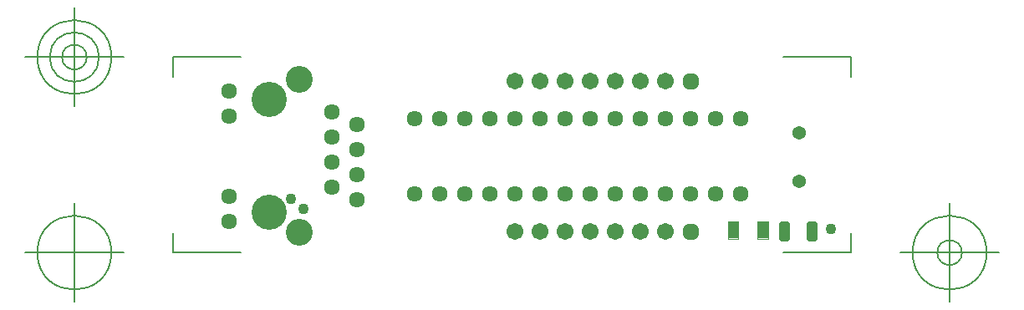
<source format=gbr>
G04 Generated by Ultiboard 11.0 *
%FSLAX25Y25*%
%MOIN*%

%ADD10C,0.00500*%
%ADD11C,0.14005*%
%ADD12C,0.04337*%
%ADD13C,0.06337*%
%ADD14C,0.10699*%
%ADD15C,0.06734*%
%ADD16R,0.02083X0.02083*%
%ADD17C,0.04317*%
%ADD18R,0.04134X0.06890*%
%ADD19C,0.00400*%
%ADD20C,0.05400*%
%ADD21R,0.02251X0.05834*%
%ADD22C,0.02066*%


G04 ColorRGB FF00CC for the following layer *
%LNSolder Mask Top*%
%LPD*%
%FSLAX25Y25*%
%MOIN*%
G54D10*
X-13885Y-885D02*
X-13885Y6915D01*
X-13885Y-885D02*
X13142Y-885D01*
X256385Y-885D02*
X229358Y-885D01*
X256385Y-885D02*
X256385Y6915D01*
X256385Y77115D02*
X256385Y69315D01*
X256385Y77115D02*
X229358Y77115D01*
X-13885Y77115D02*
X13142Y77115D01*
X-13885Y77115D02*
X-13885Y69315D01*
X-33570Y-885D02*
X-72940Y-885D01*
X-53255Y-20570D02*
X-53255Y18800D01*
X-68019Y-885D02*
G75*
D01*
G02X-68019Y-885I14764J0*
G01*
X276070Y-885D02*
X315440Y-885D01*
X295755Y-20570D02*
X295755Y18800D01*
X280991Y-885D02*
G75*
D01*
G02X280991Y-885I14764J0*
G01*
X290834Y-885D02*
G75*
D01*
G02X290834Y-885I4921J0*
G01*
X-33570Y77115D02*
X-72940Y77115D01*
X-53255Y57430D02*
X-53255Y96800D01*
X-68019Y77115D02*
G75*
D01*
G02X-68019Y77115I14764J0*
G01*
X-63098Y77115D02*
G75*
D01*
G02X-63098Y77115I9843J0*
G01*
X-58176Y77115D02*
G75*
D01*
G02X-58176Y77115I4921J0*
G01*
G54D11*
X24507Y60115D03*
X24507Y15115D03*
G54D12*
X33000Y20500D03*
X38000Y16500D03*
X248500Y8500D03*
G54D13*
X59507Y30115D03*
X59507Y20115D03*
X59507Y40115D03*
X59507Y50115D03*
X8523Y63717D03*
X8523Y11513D03*
X8523Y21513D03*
X8523Y53717D03*
X49507Y35115D03*
X49507Y25115D03*
X49507Y55115D03*
X49507Y45115D03*
X122385Y22615D03*
X122385Y52615D03*
X92385Y22615D03*
X92385Y52615D03*
X82385Y22615D03*
X82385Y52615D03*
X112385Y22615D03*
X102385Y22615D03*
X112385Y52615D03*
X102385Y52615D03*
X192385Y22615D03*
X192385Y52615D03*
X142385Y22615D03*
X132385Y22615D03*
X152385Y22615D03*
X142385Y52615D03*
X132385Y52615D03*
X152385Y52615D03*
X172385Y22615D03*
X162385Y22615D03*
X182385Y22615D03*
X172385Y52615D03*
X162385Y52615D03*
X182385Y52615D03*
X202385Y22615D03*
X212385Y22615D03*
X202385Y52615D03*
X212385Y52615D03*
G54D14*
X36515Y68127D03*
X36515Y7103D03*
G54D15*
X122385Y7603D03*
X142385Y7603D03*
X132385Y7603D03*
X152385Y7603D03*
X172385Y7603D03*
X162385Y7603D03*
X182385Y7603D03*
X122385Y67615D03*
X142385Y67615D03*
X132385Y67615D03*
X152385Y67615D03*
X172385Y67615D03*
X162385Y67615D03*
X182385Y67615D03*
G54D16*
X192385Y7603D03*
X192385Y67615D03*
G54D17*
X191344Y6562D02*
X193426Y6562D01*
X193426Y8644D01*
X191344Y8644D01*
X191344Y6562D01*D02*
X191344Y66574D02*
X193426Y66574D01*
X193426Y68656D01*
X191344Y68656D01*
X191344Y66574D01*D02*
G54D18*
X221291Y8115D03*
X209480Y8115D03*
G54D19*
X219224Y4670D02*
X223358Y4670D01*
X223358Y11560D01*
X219224Y11560D01*
X219224Y4670D01*D02*
X207413Y4670D02*
X211547Y4670D01*
X211547Y11560D01*
X207413Y11560D01*
X207413Y4670D01*D02*
G54D20*
X235885Y27615D03*
X235885Y46782D03*
G54D21*
X229885Y7615D03*
X240885Y7615D03*
G54D22*
X228760Y4698D02*
X231010Y4698D01*
X231010Y10532D01*
X228760Y10532D01*
X228760Y4698D01*D02*
X239760Y4698D02*
X242010Y4698D01*
X242010Y10532D01*
X239760Y10532D01*
X239760Y4698D01*D02*

M00*

</source>
